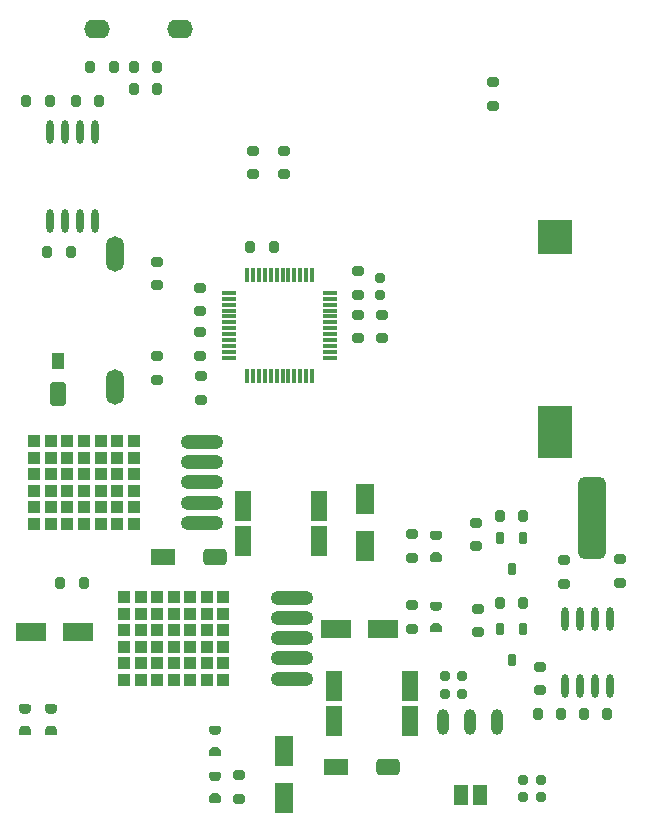
<source format=gtp>
G04*
G04 #@! TF.GenerationSoftware,Altium Limited,Altium Designer,22.3.1 (43)*
G04*
G04 Layer_Color=8421504*
%FSLAX44Y44*%
%MOMM*%
G71*
G04*
G04 #@! TF.SameCoordinates,0660A848-1A26-4927-BFA5-E7A76C088184*
G04*
G04*
G04 #@! TF.FilePolarity,Positive*
G04*
G01*
G75*
%ADD21R,1.4000X2.6000*%
%ADD22R,1.0000X1.0000*%
%ADD23R,1.0000X1.0000*%
%ADD24R,1.0000X1.0000*%
%ADD25R,1.0000X1.0000*%
%ADD26R,1.0000X1.0000*%
%ADD27R,1.2000X1.8000*%
G04:AMPARAMS|DCode=28|XSize=0.8mm|YSize=1mm|CornerRadius=0.15mm|HoleSize=0mm|Usage=FLASHONLY|Rotation=270.000|XOffset=0mm|YOffset=0mm|HoleType=Round|Shape=RoundedRectangle|*
%AMROUNDEDRECTD28*
21,1,0.8000,0.7000,0,0,270.0*
21,1,0.5000,1.0000,0,0,270.0*
1,1,0.3000,-0.3500,-0.2500*
1,1,0.3000,-0.3500,0.2500*
1,1,0.3000,0.3500,0.2500*
1,1,0.3000,0.3500,-0.2500*
%
%ADD28ROUNDEDRECTD28*%
%ADD29R,1.0000X1.4000*%
G04:AMPARAMS|DCode=30|XSize=1.4mm|YSize=2mm|CornerRadius=0.3mm|HoleSize=0mm|Usage=FLASHONLY|Rotation=0.000|XOffset=0mm|YOffset=0mm|HoleType=Round|Shape=RoundedRectangle|*
%AMROUNDEDRECTD30*
21,1,1.4000,1.4000,0,0,0.0*
21,1,0.8000,2.0000,0,0,0.0*
1,1,0.6000,0.4000,-0.7000*
1,1,0.6000,-0.4000,-0.7000*
1,1,0.6000,-0.4000,0.7000*
1,1,0.6000,0.4000,0.7000*
%
%ADD30ROUNDEDRECTD30*%
G04:AMPARAMS|DCode=31|XSize=0.8mm|YSize=1mm|CornerRadius=0.15mm|HoleSize=0mm|Usage=FLASHONLY|Rotation=0.000|XOffset=0mm|YOffset=0mm|HoleType=Round|Shape=RoundedRectangle|*
%AMROUNDEDRECTD31*
21,1,0.8000,0.7000,0,0,0.0*
21,1,0.5000,1.0000,0,0,0.0*
1,1,0.3000,0.2500,-0.3500*
1,1,0.3000,-0.2500,-0.3500*
1,1,0.3000,-0.2500,0.3500*
1,1,0.3000,0.2500,0.3500*
%
%ADD31ROUNDEDRECTD31*%
%ADD32O,1.5000X3.0000*%
G04:AMPARAMS|DCode=33|XSize=0.6mm|YSize=1.1mm|CornerRadius=0.125mm|HoleSize=0mm|Usage=FLASHONLY|Rotation=0.000|XOffset=0mm|YOffset=0mm|HoleType=Round|Shape=RoundedRectangle|*
%AMROUNDEDRECTD33*
21,1,0.6000,0.8500,0,0,0.0*
21,1,0.3500,1.1000,0,0,0.0*
1,1,0.2500,0.1750,-0.4250*
1,1,0.2500,-0.1750,-0.4250*
1,1,0.2500,-0.1750,0.4250*
1,1,0.2500,0.1750,0.4250*
%
%ADD33ROUNDEDRECTD33*%
%ADD34O,3.6000X1.2000*%
%ADD35R,1.6000X2.6000*%
%ADD36R,0.3048X1.1938*%
%ADD37R,1.1938X0.3048*%
%ADD38R,2.0000X1.4000*%
G04:AMPARAMS|DCode=39|XSize=1.4mm|YSize=2mm|CornerRadius=0.3mm|HoleSize=0mm|Usage=FLASHONLY|Rotation=90.000|XOffset=0mm|YOffset=0mm|HoleType=Round|Shape=RoundedRectangle|*
%AMROUNDEDRECTD39*
21,1,1.4000,1.4000,0,0,90.0*
21,1,0.8000,2.0000,0,0,90.0*
1,1,0.6000,0.7000,0.4000*
1,1,0.6000,0.7000,-0.4000*
1,1,0.6000,-0.7000,-0.4000*
1,1,0.6000,-0.7000,0.4000*
%
%ADD39ROUNDEDRECTD39*%
%ADD40R,2.6000X1.6000*%
G04:AMPARAMS|DCode=41|XSize=0.8mm|YSize=0.8mm|CornerRadius=0.2mm|HoleSize=0mm|Usage=FLASHONLY|Rotation=180.000|XOffset=0mm|YOffset=0mm|HoleType=Round|Shape=RoundedRectangle|*
%AMROUNDEDRECTD41*
21,1,0.8000,0.4000,0,0,180.0*
21,1,0.4000,0.8000,0,0,180.0*
1,1,0.4000,-0.2000,0.2000*
1,1,0.4000,0.2000,0.2000*
1,1,0.4000,0.2000,-0.2000*
1,1,0.4000,-0.2000,-0.2000*
%
%ADD41ROUNDEDRECTD41*%
%ADD42O,0.6000X2.0000*%
%ADD43O,1.0000X2.2000*%
G04:AMPARAMS|DCode=44|XSize=0.8mm|YSize=0.8mm|CornerRadius=0.2mm|HoleSize=0mm|Usage=FLASHONLY|Rotation=90.000|XOffset=0mm|YOffset=0mm|HoleType=Round|Shape=RoundedRectangle|*
%AMROUNDEDRECTD44*
21,1,0.8000,0.4000,0,0,90.0*
21,1,0.4000,0.8000,0,0,90.0*
1,1,0.4000,0.2000,0.2000*
1,1,0.4000,0.2000,-0.2000*
1,1,0.4000,-0.2000,-0.2000*
1,1,0.4000,-0.2000,0.2000*
%
%ADD44ROUNDEDRECTD44*%
G04:AMPARAMS|DCode=45|XSize=2.4mm|YSize=7mm|CornerRadius=0.6mm|HoleSize=0mm|Usage=FLASHONLY|Rotation=0.000|XOffset=0mm|YOffset=0mm|HoleType=Round|Shape=RoundedRectangle|*
%AMROUNDEDRECTD45*
21,1,2.4000,5.8000,0,0,0.0*
21,1,1.2000,7.0000,0,0,0.0*
1,1,1.2000,0.6000,-2.9000*
1,1,1.2000,-0.6000,-2.9000*
1,1,1.2000,-0.6000,2.9000*
1,1,1.2000,0.6000,2.9000*
%
%ADD45ROUNDEDRECTD45*%
%ADD46O,2.2000X1.6000*%
%ADD47R,3.0000X3.0000*%
%ADD48R,3.0000X4.5000*%
G36*
X370350Y252772D02*
X370772Y252350D01*
X371000Y251798D01*
Y251500D01*
Y249000D01*
Y248204D01*
X370391Y246734D01*
X369266Y245609D01*
X367796Y245000D01*
X364204D01*
X362734Y245609D01*
X361609Y246734D01*
X361000Y248204D01*
Y249000D01*
Y251500D01*
Y251798D01*
X361228Y252350D01*
X361650Y252772D01*
X362202Y253000D01*
X369798D01*
X370350Y252772D01*
D02*
G37*
G36*
X369266Y234391D02*
X370391Y233266D01*
X371000Y231796D01*
Y231000D01*
Y228500D01*
Y228202D01*
X370772Y227650D01*
X370350Y227228D01*
X369798Y227000D01*
X362202D01*
X361650Y227228D01*
X361228Y227650D01*
X361000Y228202D01*
Y228500D01*
Y231000D01*
Y231796D01*
X361609Y233266D01*
X362734Y234391D01*
X364204Y235000D01*
X367796D01*
X369266Y234391D01*
D02*
G37*
G36*
X370350Y192772D02*
X370772Y192350D01*
X371000Y191798D01*
Y191500D01*
Y189000D01*
Y188204D01*
X370391Y186734D01*
X369266Y185609D01*
X367796Y185000D01*
X364204D01*
X362734Y185609D01*
X361609Y186734D01*
X361000Y188204D01*
Y189000D01*
Y191500D01*
Y191798D01*
X361228Y192350D01*
X361650Y192772D01*
X362202Y193000D01*
X369798D01*
X370350Y192772D01*
D02*
G37*
G36*
X369266Y174391D02*
X370391Y173266D01*
X371000Y171796D01*
Y171000D01*
Y168500D01*
Y168202D01*
X370772Y167650D01*
X370350Y167228D01*
X369798Y167000D01*
X362202D01*
X361650Y167228D01*
X361228Y167650D01*
X361000Y168202D01*
Y168500D01*
Y171000D01*
Y171796D01*
X361609Y173266D01*
X362734Y174391D01*
X364204Y175000D01*
X367796D01*
X369266Y174391D01*
D02*
G37*
G36*
X44350Y105772D02*
X44772Y105350D01*
X45000Y104798D01*
Y104500D01*
Y102000D01*
Y101204D01*
X44391Y99734D01*
X43266Y98609D01*
X41796Y98000D01*
X38204D01*
X36734Y98609D01*
X35609Y99734D01*
X35000Y101204D01*
Y102000D01*
Y104500D01*
Y104798D01*
X35228Y105350D01*
X35650Y105772D01*
X36202Y106000D01*
X43798D01*
X44350Y105772D01*
D02*
G37*
G36*
X22350D02*
X22772Y105350D01*
X23000Y104798D01*
Y104500D01*
Y102000D01*
Y101204D01*
X22391Y99734D01*
X21266Y98609D01*
X19796Y98000D01*
X16204D01*
X14734Y98609D01*
X13609Y99734D01*
X13000Y101204D01*
Y102000D01*
Y104500D01*
Y104798D01*
X13228Y105350D01*
X13650Y105772D01*
X14202Y106000D01*
X21798D01*
X22350Y105772D01*
D02*
G37*
G36*
X183350Y87772D02*
X183772Y87350D01*
X184000Y86798D01*
Y86500D01*
Y84000D01*
Y83204D01*
X183391Y81734D01*
X182266Y80609D01*
X180796Y80000D01*
X177204D01*
X175734Y80609D01*
X174609Y81734D01*
X174000Y83204D01*
Y84000D01*
Y86500D01*
Y86798D01*
X174228Y87350D01*
X174650Y87772D01*
X175202Y88000D01*
X182798D01*
X183350Y87772D01*
D02*
G37*
G36*
X43266Y87391D02*
X44391Y86266D01*
X45000Y84796D01*
Y84000D01*
Y81500D01*
Y81202D01*
X44772Y80650D01*
X44350Y80228D01*
X43798Y80000D01*
X36202D01*
X35650Y80228D01*
X35228Y80650D01*
X35000Y81202D01*
Y81500D01*
Y84000D01*
Y84796D01*
X35609Y86266D01*
X36734Y87391D01*
X38204Y88000D01*
X41796D01*
X43266Y87391D01*
D02*
G37*
G36*
X21266D02*
X22391Y86266D01*
X23000Y84796D01*
Y84000D01*
Y81500D01*
Y81202D01*
X22772Y80650D01*
X22350Y80228D01*
X21798Y80000D01*
X14202D01*
X13650Y80228D01*
X13228Y80650D01*
X13000Y81202D01*
Y81500D01*
Y84000D01*
Y84796D01*
X13609Y86266D01*
X14734Y87391D01*
X16204Y88000D01*
X19796D01*
X21266Y87391D01*
D02*
G37*
G36*
X182266Y69391D02*
X183391Y68266D01*
X184000Y66796D01*
Y66000D01*
Y63500D01*
Y63202D01*
X183772Y62650D01*
X183350Y62228D01*
X182798Y62000D01*
X175202D01*
X174650Y62228D01*
X174228Y62650D01*
X174000Y63202D01*
Y63500D01*
Y66000D01*
Y66796D01*
X174609Y68266D01*
X175734Y69391D01*
X177204Y70000D01*
X180796D01*
X182266Y69391D01*
D02*
G37*
G36*
X183350Y48772D02*
X183772Y48350D01*
X184000Y47798D01*
Y47500D01*
Y45000D01*
Y44204D01*
X183391Y42734D01*
X182266Y41609D01*
X180796Y41000D01*
X177204D01*
X175734Y41609D01*
X174609Y42734D01*
X174000Y44204D01*
Y45000D01*
Y47500D01*
Y47798D01*
X174228Y48350D01*
X174650Y48772D01*
X175202Y49000D01*
X182798D01*
X183350Y48772D01*
D02*
G37*
G36*
X182266Y30391D02*
X183391Y29266D01*
X184000Y27796D01*
Y27000D01*
Y24500D01*
Y24202D01*
X183772Y23650D01*
X183350Y23228D01*
X182798Y23000D01*
X175202D01*
X174650Y23228D01*
X174228Y23650D01*
X174000Y24202D01*
Y24500D01*
Y27000D01*
Y27796D01*
X174609Y29266D01*
X175734Y30391D01*
X177204Y31000D01*
X180796D01*
X182266Y30391D01*
D02*
G37*
D21*
X267000Y274000D02*
D03*
Y244000D02*
D03*
X203000D02*
D03*
Y274000D02*
D03*
X280000Y122000D02*
D03*
Y92000D02*
D03*
X344000D02*
D03*
Y122000D02*
D03*
D22*
X172001Y169001D02*
D03*
X172001Y183001D02*
D03*
X130001D02*
D03*
X130001Y169001D02*
D03*
X130005Y141005D02*
D03*
X172005D02*
D03*
X96000Y287000D02*
D03*
Y273000D02*
D03*
X54000D02*
D03*
Y287000D02*
D03*
Y301000D02*
D03*
Y315000D02*
D03*
X96000D02*
D03*
Y301000D02*
D03*
D23*
X172000Y197000D02*
D03*
X130000D02*
D03*
X102004Y155005D02*
D03*
X130005Y127005D02*
D03*
X172005D02*
D03*
X96000Y259000D02*
D03*
X54000D02*
D03*
Y329000D02*
D03*
X96000D02*
D03*
D24*
X158001Y169001D02*
D03*
X186000Y197000D02*
D03*
X186001Y183001D02*
D03*
X158001D02*
D03*
X116001D02*
D03*
X144001D02*
D03*
X144000Y197000D02*
D03*
X116001Y169001D02*
D03*
X116004Y155005D02*
D03*
X144005Y127005D02*
D03*
X144005Y141005D02*
D03*
X116005D02*
D03*
X158005D02*
D03*
X186005D02*
D03*
X186005Y127005D02*
D03*
X158005Y155005D02*
D03*
X82000Y287000D02*
D03*
X110000Y259000D02*
D03*
X110000Y273000D02*
D03*
X82000D02*
D03*
X40000D02*
D03*
X68000D02*
D03*
X68000Y259000D02*
D03*
X40000Y287000D02*
D03*
Y301000D02*
D03*
X68000Y329000D02*
D03*
X68000Y315000D02*
D03*
X40000D02*
D03*
X82000D02*
D03*
X110000D02*
D03*
X110000Y329000D02*
D03*
X82000Y301000D02*
D03*
D25*
X158000Y197000D02*
D03*
X186001Y169001D02*
D03*
X144001D02*
D03*
X116000Y197000D02*
D03*
X102000D02*
D03*
X102005Y127005D02*
D03*
X130005Y155005D02*
D03*
X116005Y127005D02*
D03*
X144005Y155005D02*
D03*
X186005D02*
D03*
X158005Y127005D02*
D03*
X172005Y155005D02*
D03*
X82000Y259000D02*
D03*
X110000Y287000D02*
D03*
X68000D02*
D03*
X40000Y259000D02*
D03*
X26000D02*
D03*
Y329000D02*
D03*
X40000D02*
D03*
X68000Y301000D02*
D03*
X110000D02*
D03*
X82000Y329000D02*
D03*
D26*
X102001Y169001D02*
D03*
X102001Y183001D02*
D03*
X102005Y141005D02*
D03*
X26000Y287000D02*
D03*
Y273000D02*
D03*
Y315000D02*
D03*
Y301000D02*
D03*
D27*
X387000Y29000D02*
D03*
X403000D02*
D03*
D28*
X237000Y555000D02*
D03*
Y575000D02*
D03*
X211000Y555000D02*
D03*
Y575000D02*
D03*
X454000Y118000D02*
D03*
Y138000D02*
D03*
X166642Y439000D02*
D03*
Y459000D02*
D03*
X130000Y461000D02*
D03*
Y481000D02*
D03*
Y401000D02*
D03*
Y381000D02*
D03*
X199000Y26000D02*
D03*
Y46000D02*
D03*
X522000Y229000D02*
D03*
Y209000D02*
D03*
X474000Y228000D02*
D03*
Y208000D02*
D03*
X346000Y170000D02*
D03*
Y190000D02*
D03*
Y250000D02*
D03*
Y230000D02*
D03*
X167000Y364000D02*
D03*
Y384000D02*
D03*
X166642Y401000D02*
D03*
Y421000D02*
D03*
X400000Y260000D02*
D03*
Y240000D02*
D03*
X402000Y187000D02*
D03*
Y167000D02*
D03*
X414000Y613000D02*
D03*
Y633000D02*
D03*
X320000Y416000D02*
D03*
Y436000D02*
D03*
X300000Y416000D02*
D03*
Y436000D02*
D03*
X299642Y473000D02*
D03*
Y453000D02*
D03*
D29*
X46000Y397000D02*
D03*
D30*
Y369000D02*
D03*
D31*
X472000Y98000D02*
D03*
X452000D02*
D03*
X440000Y266000D02*
D03*
X420000D02*
D03*
X68000Y209000D02*
D03*
X48000D02*
D03*
X208642Y493000D02*
D03*
X228642D02*
D03*
X420000Y192000D02*
D03*
X440000D02*
D03*
X57000Y489000D02*
D03*
X37000D02*
D03*
X39000Y617000D02*
D03*
X19000D02*
D03*
X93000Y646000D02*
D03*
X73000D02*
D03*
X61000Y617000D02*
D03*
X81000D02*
D03*
X130000Y646000D02*
D03*
X110000D02*
D03*
X110000Y627000D02*
D03*
X130000D02*
D03*
X491000Y98000D02*
D03*
X511000D02*
D03*
D32*
X94000Y487000D02*
D03*
Y375000D02*
D03*
D33*
X440000Y247000D02*
D03*
X420000D02*
D03*
X430000Y221000D02*
D03*
Y144000D02*
D03*
X420000Y170000D02*
D03*
X440000D02*
D03*
D34*
X244000Y196036D02*
D03*
Y179018D02*
D03*
Y162000D02*
D03*
Y144982D02*
D03*
Y127964D02*
D03*
X168000Y259964D02*
D03*
Y276982D02*
D03*
Y294000D02*
D03*
Y311018D02*
D03*
Y328036D02*
D03*
D35*
X237000Y27000D02*
D03*
Y67000D02*
D03*
X306000Y280000D02*
D03*
Y240000D02*
D03*
D36*
X206142Y384500D02*
D03*
X211142D02*
D03*
X216142D02*
D03*
X221142D02*
D03*
X226142D02*
D03*
X231142D02*
D03*
X236142D02*
D03*
X241142D02*
D03*
X246142D02*
D03*
X251142D02*
D03*
X256142D02*
D03*
X261142D02*
D03*
Y469500D02*
D03*
X256142D02*
D03*
X251142D02*
D03*
X246142D02*
D03*
X241142D02*
D03*
X236142D02*
D03*
X231142D02*
D03*
X226142D02*
D03*
X221142D02*
D03*
X216142D02*
D03*
X211142D02*
D03*
X206142D02*
D03*
D37*
X276142Y399500D02*
D03*
Y404500D02*
D03*
Y409500D02*
D03*
Y414500D02*
D03*
Y419500D02*
D03*
Y424500D02*
D03*
Y429500D02*
D03*
Y434500D02*
D03*
Y439500D02*
D03*
Y444500D02*
D03*
Y449500D02*
D03*
Y454500D02*
D03*
X191142D02*
D03*
Y449500D02*
D03*
Y444500D02*
D03*
Y439500D02*
D03*
Y434500D02*
D03*
Y429500D02*
D03*
Y424500D02*
D03*
Y419500D02*
D03*
Y414500D02*
D03*
Y409500D02*
D03*
Y404500D02*
D03*
Y399500D02*
D03*
D38*
X135000Y231000D02*
D03*
X281000Y53000D02*
D03*
D39*
X179000Y231000D02*
D03*
X325000Y53000D02*
D03*
D40*
X63000Y167000D02*
D03*
X23000D02*
D03*
X321000Y170000D02*
D03*
X281000D02*
D03*
D41*
X455000Y28000D02*
D03*
Y42000D02*
D03*
X440000Y28000D02*
D03*
Y42000D02*
D03*
X318642Y467000D02*
D03*
Y453000D02*
D03*
D42*
X513050Y178000D02*
D03*
X500350D02*
D03*
X487650D02*
D03*
X474950D02*
D03*
X513050Y122000D02*
D03*
X500350D02*
D03*
X487650D02*
D03*
X474950D02*
D03*
X77050Y591000D02*
D03*
X38950Y515000D02*
D03*
X77050D02*
D03*
X51650D02*
D03*
X64350D02*
D03*
X51650Y591000D02*
D03*
X38950D02*
D03*
X64350D02*
D03*
D43*
X372000Y91000D02*
D03*
X395000D02*
D03*
X418000D02*
D03*
D44*
X374000Y115000D02*
D03*
X388000D02*
D03*
X374000Y130000D02*
D03*
X388000D02*
D03*
D45*
X498112Y263626D02*
D03*
D46*
X149000Y678000D02*
D03*
X79000D02*
D03*
D47*
X467000Y502000D02*
D03*
D48*
Y337000D02*
D03*
M02*

</source>
